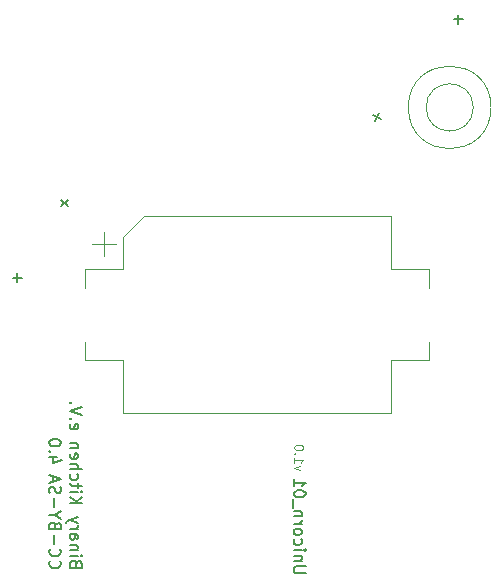
<source format=gbr>
%TF.GenerationSoftware,KiCad,Pcbnew,5.1.9*%
%TF.CreationDate,2021-01-30T09:02:40+01:00*%
%TF.ProjectId,unicorn,756e6963-6f72-46e2-9e6b-696361645f70,rev?*%
%TF.SameCoordinates,Original*%
%TF.FileFunction,Legend,Bot*%
%TF.FilePolarity,Positive*%
%FSLAX46Y46*%
G04 Gerber Fmt 4.6, Leading zero omitted, Abs format (unit mm)*
G04 Created by KiCad (PCBNEW 5.1.9) date 2021-01-30 09:02:40*
%MOMM*%
%LPD*%
G01*
G04 APERTURE LIST*
%ADD10C,0.125000*%
%ADD11C,0.150000*%
%ADD12C,0.120000*%
G04 APERTURE END LIST*
D10*
X198660714Y-106991428D02*
X198160714Y-106812857D01*
X198660714Y-106634285D01*
X198160714Y-105955714D02*
X198160714Y-106384285D01*
X198160714Y-106170000D02*
X198910714Y-106170000D01*
X198803571Y-106241428D01*
X198732142Y-106312857D01*
X198696428Y-106384285D01*
X198232142Y-105634285D02*
X198196428Y-105598571D01*
X198160714Y-105634285D01*
X198196428Y-105670000D01*
X198232142Y-105634285D01*
X198160714Y-105634285D01*
X198910714Y-105134285D02*
X198910714Y-105062857D01*
X198875000Y-104991428D01*
X198839285Y-104955714D01*
X198767857Y-104920000D01*
X198625000Y-104884285D01*
X198446428Y-104884285D01*
X198303571Y-104920000D01*
X198232142Y-104955714D01*
X198196428Y-104991428D01*
X198160714Y-105062857D01*
X198160714Y-105134285D01*
X198196428Y-105205714D01*
X198232142Y-105241428D01*
X198303571Y-105277142D01*
X198446428Y-105312857D01*
X198625000Y-105312857D01*
X198767857Y-105277142D01*
X198839285Y-105241428D01*
X198875000Y-105205714D01*
X198910714Y-105134285D01*
D11*
X199097619Y-115732380D02*
X198288095Y-115732380D01*
X198192857Y-115684761D01*
X198145238Y-115637142D01*
X198097619Y-115541904D01*
X198097619Y-115351428D01*
X198145238Y-115256190D01*
X198192857Y-115208571D01*
X198288095Y-115160952D01*
X199097619Y-115160952D01*
X198764285Y-114684761D02*
X198097619Y-114684761D01*
X198669047Y-114684761D02*
X198716666Y-114637142D01*
X198764285Y-114541904D01*
X198764285Y-114399047D01*
X198716666Y-114303809D01*
X198621428Y-114256190D01*
X198097619Y-114256190D01*
X198097619Y-113780000D02*
X198764285Y-113780000D01*
X199097619Y-113780000D02*
X199050000Y-113827619D01*
X199002380Y-113780000D01*
X199050000Y-113732380D01*
X199097619Y-113780000D01*
X199002380Y-113780000D01*
X198145238Y-112875238D02*
X198097619Y-112970476D01*
X198097619Y-113160952D01*
X198145238Y-113256190D01*
X198192857Y-113303809D01*
X198288095Y-113351428D01*
X198573809Y-113351428D01*
X198669047Y-113303809D01*
X198716666Y-113256190D01*
X198764285Y-113160952D01*
X198764285Y-112970476D01*
X198716666Y-112875238D01*
X198097619Y-112303809D02*
X198145238Y-112399047D01*
X198192857Y-112446666D01*
X198288095Y-112494285D01*
X198573809Y-112494285D01*
X198669047Y-112446666D01*
X198716666Y-112399047D01*
X198764285Y-112303809D01*
X198764285Y-112160952D01*
X198716666Y-112065714D01*
X198669047Y-112018095D01*
X198573809Y-111970476D01*
X198288095Y-111970476D01*
X198192857Y-112018095D01*
X198145238Y-112065714D01*
X198097619Y-112160952D01*
X198097619Y-112303809D01*
X198097619Y-111541904D02*
X198764285Y-111541904D01*
X198573809Y-111541904D02*
X198669047Y-111494285D01*
X198716666Y-111446666D01*
X198764285Y-111351428D01*
X198764285Y-111256190D01*
X198764285Y-110922857D02*
X198097619Y-110922857D01*
X198669047Y-110922857D02*
X198716666Y-110875238D01*
X198764285Y-110780000D01*
X198764285Y-110637142D01*
X198716666Y-110541904D01*
X198621428Y-110494285D01*
X198097619Y-110494285D01*
X198002380Y-110256190D02*
X198002380Y-109494285D01*
X199097619Y-109065714D02*
X199097619Y-108970476D01*
X199050000Y-108875238D01*
X199002380Y-108827619D01*
X198907142Y-108780000D01*
X198716666Y-108732380D01*
X198478571Y-108732380D01*
X198288095Y-108780000D01*
X198192857Y-108827619D01*
X198145238Y-108875238D01*
X198097619Y-108970476D01*
X198097619Y-109065714D01*
X198145238Y-109160952D01*
X198192857Y-109208571D01*
X198288095Y-109256190D01*
X198478571Y-109303809D01*
X198716666Y-109303809D01*
X198907142Y-109256190D01*
X199002380Y-109208571D01*
X199050000Y-109160952D01*
X199097619Y-109065714D01*
X198097619Y-107780000D02*
X198097619Y-108351428D01*
X198097619Y-108065714D02*
X199097619Y-108065714D01*
X198954761Y-108160952D01*
X198859523Y-108256190D01*
X198811904Y-108351428D01*
X179681428Y-114932857D02*
X179633809Y-114790000D01*
X179586190Y-114742380D01*
X179490952Y-114694761D01*
X179348095Y-114694761D01*
X179252857Y-114742380D01*
X179205238Y-114790000D01*
X179157619Y-114885238D01*
X179157619Y-115266190D01*
X180157619Y-115266190D01*
X180157619Y-114932857D01*
X180110000Y-114837619D01*
X180062380Y-114790000D01*
X179967142Y-114742380D01*
X179871904Y-114742380D01*
X179776666Y-114790000D01*
X179729047Y-114837619D01*
X179681428Y-114932857D01*
X179681428Y-115266190D01*
X179157619Y-114266190D02*
X179824285Y-114266190D01*
X180157619Y-114266190D02*
X180110000Y-114313809D01*
X180062380Y-114266190D01*
X180110000Y-114218571D01*
X180157619Y-114266190D01*
X180062380Y-114266190D01*
X179824285Y-113790000D02*
X179157619Y-113790000D01*
X179729047Y-113790000D02*
X179776666Y-113742380D01*
X179824285Y-113647142D01*
X179824285Y-113504285D01*
X179776666Y-113409047D01*
X179681428Y-113361428D01*
X179157619Y-113361428D01*
X179157619Y-112456666D02*
X179681428Y-112456666D01*
X179776666Y-112504285D01*
X179824285Y-112599523D01*
X179824285Y-112790000D01*
X179776666Y-112885238D01*
X179205238Y-112456666D02*
X179157619Y-112551904D01*
X179157619Y-112790000D01*
X179205238Y-112885238D01*
X179300476Y-112932857D01*
X179395714Y-112932857D01*
X179490952Y-112885238D01*
X179538571Y-112790000D01*
X179538571Y-112551904D01*
X179586190Y-112456666D01*
X179157619Y-111980476D02*
X179824285Y-111980476D01*
X179633809Y-111980476D02*
X179729047Y-111932857D01*
X179776666Y-111885238D01*
X179824285Y-111790000D01*
X179824285Y-111694761D01*
X179824285Y-111456666D02*
X179157619Y-111218571D01*
X179824285Y-110980476D02*
X179157619Y-111218571D01*
X178919523Y-111313809D01*
X178871904Y-111361428D01*
X178824285Y-111456666D01*
X179157619Y-109837619D02*
X180157619Y-109837619D01*
X179157619Y-109266190D02*
X179729047Y-109694761D01*
X180157619Y-109266190D02*
X179586190Y-109837619D01*
X179157619Y-108837619D02*
X179824285Y-108837619D01*
X180157619Y-108837619D02*
X180110000Y-108885238D01*
X180062380Y-108837619D01*
X180110000Y-108790000D01*
X180157619Y-108837619D01*
X180062380Y-108837619D01*
X179824285Y-108504285D02*
X179824285Y-108123333D01*
X180157619Y-108361428D02*
X179300476Y-108361428D01*
X179205238Y-108313809D01*
X179157619Y-108218571D01*
X179157619Y-108123333D01*
X179205238Y-107361428D02*
X179157619Y-107456666D01*
X179157619Y-107647142D01*
X179205238Y-107742380D01*
X179252857Y-107790000D01*
X179348095Y-107837619D01*
X179633809Y-107837619D01*
X179729047Y-107790000D01*
X179776666Y-107742380D01*
X179824285Y-107647142D01*
X179824285Y-107456666D01*
X179776666Y-107361428D01*
X179157619Y-106932857D02*
X180157619Y-106932857D01*
X179157619Y-106504285D02*
X179681428Y-106504285D01*
X179776666Y-106551904D01*
X179824285Y-106647142D01*
X179824285Y-106790000D01*
X179776666Y-106885238D01*
X179729047Y-106932857D01*
X179205238Y-105647142D02*
X179157619Y-105742380D01*
X179157619Y-105932857D01*
X179205238Y-106028095D01*
X179300476Y-106075714D01*
X179681428Y-106075714D01*
X179776666Y-106028095D01*
X179824285Y-105932857D01*
X179824285Y-105742380D01*
X179776666Y-105647142D01*
X179681428Y-105599523D01*
X179586190Y-105599523D01*
X179490952Y-106075714D01*
X179824285Y-105170952D02*
X179157619Y-105170952D01*
X179729047Y-105170952D02*
X179776666Y-105123333D01*
X179824285Y-105028095D01*
X179824285Y-104885238D01*
X179776666Y-104790000D01*
X179681428Y-104742380D01*
X179157619Y-104742380D01*
X179205238Y-103123333D02*
X179157619Y-103218571D01*
X179157619Y-103409047D01*
X179205238Y-103504285D01*
X179300476Y-103551904D01*
X179681428Y-103551904D01*
X179776666Y-103504285D01*
X179824285Y-103409047D01*
X179824285Y-103218571D01*
X179776666Y-103123333D01*
X179681428Y-103075714D01*
X179586190Y-103075714D01*
X179490952Y-103551904D01*
X179252857Y-102647142D02*
X179205238Y-102599523D01*
X179157619Y-102647142D01*
X179205238Y-102694761D01*
X179252857Y-102647142D01*
X179157619Y-102647142D01*
X180157619Y-102313809D02*
X179157619Y-101980476D01*
X180157619Y-101647142D01*
X179252857Y-101313809D02*
X179205238Y-101266190D01*
X179157619Y-101313809D01*
X179205238Y-101361428D01*
X179252857Y-101313809D01*
X179157619Y-101313809D01*
X177492857Y-114693333D02*
X177445238Y-114740952D01*
X177397619Y-114883809D01*
X177397619Y-114979047D01*
X177445238Y-115121904D01*
X177540476Y-115217142D01*
X177635714Y-115264761D01*
X177826190Y-115312380D01*
X177969047Y-115312380D01*
X178159523Y-115264761D01*
X178254761Y-115217142D01*
X178350000Y-115121904D01*
X178397619Y-114979047D01*
X178397619Y-114883809D01*
X178350000Y-114740952D01*
X178302380Y-114693333D01*
X177492857Y-113693333D02*
X177445238Y-113740952D01*
X177397619Y-113883809D01*
X177397619Y-113979047D01*
X177445238Y-114121904D01*
X177540476Y-114217142D01*
X177635714Y-114264761D01*
X177826190Y-114312380D01*
X177969047Y-114312380D01*
X178159523Y-114264761D01*
X178254761Y-114217142D01*
X178350000Y-114121904D01*
X178397619Y-113979047D01*
X178397619Y-113883809D01*
X178350000Y-113740952D01*
X178302380Y-113693333D01*
X177778571Y-113264761D02*
X177778571Y-112502857D01*
X177921428Y-111693333D02*
X177873809Y-111550476D01*
X177826190Y-111502857D01*
X177730952Y-111455238D01*
X177588095Y-111455238D01*
X177492857Y-111502857D01*
X177445238Y-111550476D01*
X177397619Y-111645714D01*
X177397619Y-112026666D01*
X178397619Y-112026666D01*
X178397619Y-111693333D01*
X178350000Y-111598095D01*
X178302380Y-111550476D01*
X178207142Y-111502857D01*
X178111904Y-111502857D01*
X178016666Y-111550476D01*
X177969047Y-111598095D01*
X177921428Y-111693333D01*
X177921428Y-112026666D01*
X177873809Y-110836190D02*
X177397619Y-110836190D01*
X178397619Y-111169523D02*
X177873809Y-110836190D01*
X178397619Y-110502857D01*
X177778571Y-110169523D02*
X177778571Y-109407619D01*
X177445238Y-108979047D02*
X177397619Y-108836190D01*
X177397619Y-108598095D01*
X177445238Y-108502857D01*
X177492857Y-108455238D01*
X177588095Y-108407619D01*
X177683333Y-108407619D01*
X177778571Y-108455238D01*
X177826190Y-108502857D01*
X177873809Y-108598095D01*
X177921428Y-108788571D01*
X177969047Y-108883809D01*
X178016666Y-108931428D01*
X178111904Y-108979047D01*
X178207142Y-108979047D01*
X178302380Y-108931428D01*
X178350000Y-108883809D01*
X178397619Y-108788571D01*
X178397619Y-108550476D01*
X178350000Y-108407619D01*
X177683333Y-108026666D02*
X177683333Y-107550476D01*
X177397619Y-108121904D02*
X178397619Y-107788571D01*
X177397619Y-107455238D01*
X178064285Y-105931428D02*
X177397619Y-105931428D01*
X178445238Y-106169523D02*
X177730952Y-106407619D01*
X177730952Y-105788571D01*
X177492857Y-105407619D02*
X177445238Y-105360000D01*
X177397619Y-105407619D01*
X177445238Y-105455238D01*
X177492857Y-105407619D01*
X177397619Y-105407619D01*
X178397619Y-104740952D02*
X178397619Y-104645714D01*
X178350000Y-104550476D01*
X178302380Y-104502857D01*
X178207142Y-104455238D01*
X178016666Y-104407619D01*
X177778571Y-104407619D01*
X177588095Y-104455238D01*
X177492857Y-104502857D01*
X177445238Y-104550476D01*
X177397619Y-104645714D01*
X177397619Y-104740952D01*
X177445238Y-104836190D01*
X177492857Y-104883809D01*
X177588095Y-104931428D01*
X177778571Y-104979047D01*
X178016666Y-104979047D01*
X178207142Y-104931428D01*
X178302380Y-104883809D01*
X178350000Y-104836190D01*
X178397619Y-104740952D01*
D12*
%TO.C,SW1*%
X213301312Y-76303742D02*
G75*
G03*
X213301312Y-76303742I-2000001J0D01*
G01*
X214801312Y-76303742D02*
G75*
G03*
X214801312Y-76303742I-3500001J0D01*
G01*
%TO.C,BT1*%
X183008500Y-87853000D02*
X181008500Y-87853000D01*
X182008500Y-88853000D02*
X182008500Y-86853000D01*
X206358500Y-102203000D02*
X206358500Y-97703000D01*
X183658500Y-102203000D02*
X183658500Y-97703000D01*
X183658500Y-102203000D02*
X206358500Y-102203000D01*
X209558500Y-97703000D02*
X209558500Y-96153000D01*
X206358500Y-97703000D02*
X209558500Y-97703000D01*
X180458500Y-97703000D02*
X180458500Y-96153000D01*
X183658500Y-97703000D02*
X180458500Y-97703000D01*
X180458500Y-90003000D02*
X180458500Y-91553000D01*
X183658500Y-90003000D02*
X180458500Y-90003000D01*
X185458500Y-85503000D02*
X183658500Y-87303000D01*
X183658500Y-87303000D02*
X183658500Y-90003000D01*
X206358500Y-85503000D02*
X185458500Y-85503000D01*
X206358500Y-85503000D02*
X206358500Y-90003000D01*
X209558500Y-90003000D02*
X209558500Y-91553000D01*
X206358500Y-90003000D02*
X209558500Y-90003000D01*
%TO.C,D4*%
D11*
X178948034Y-84142534D02*
X178409286Y-84681282D01*
X178948034Y-84681282D02*
X178409286Y-84142534D01*
%TO.C,D3*%
X205351341Y-76798402D02*
X204970388Y-77458231D01*
X205490779Y-77318793D02*
X204830950Y-76937841D01*
%TO.C,D2*%
X212422952Y-68846428D02*
X211661047Y-68846428D01*
X212042000Y-69227380D02*
X212042000Y-68465476D01*
%TO.C,D1*%
X174700928Y-90345047D02*
X174700928Y-91106952D01*
X175081880Y-90726000D02*
X174319976Y-90726000D01*
%TD*%
M02*

</source>
